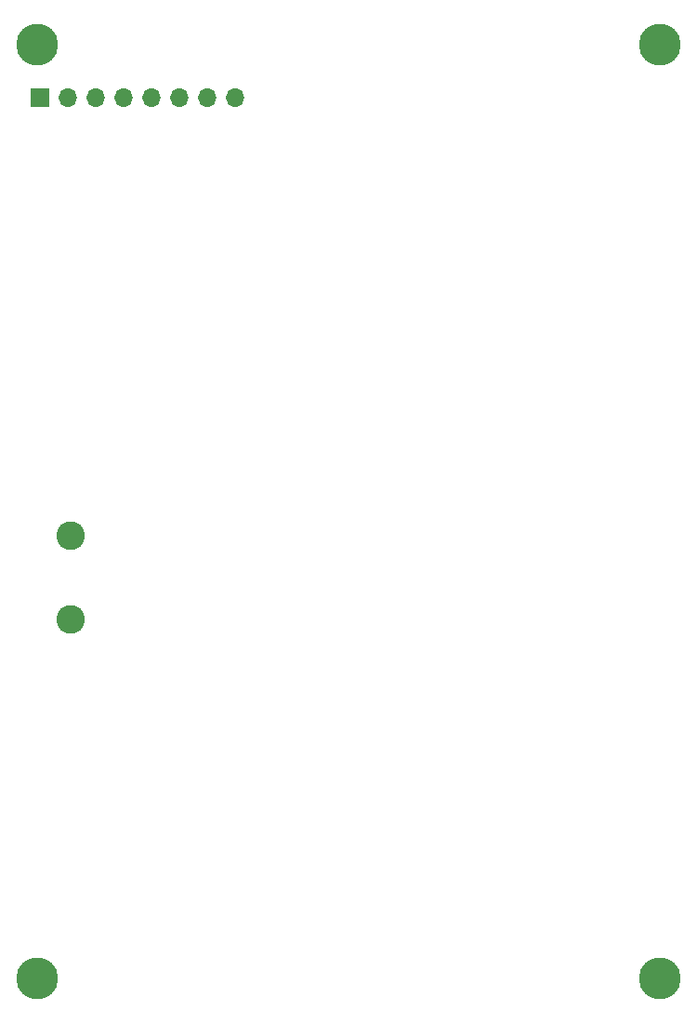
<source format=gts>
G04 #@! TF.GenerationSoftware,KiCad,Pcbnew,(6.0.5)*
G04 #@! TF.CreationDate,2023-05-08T02:29:22-07:00*
G04 #@! TF.ProjectId,Coil_Panels_Z,436f696c-5f50-4616-9e65-6c735f5a2e6b,rev?*
G04 #@! TF.SameCoordinates,Original*
G04 #@! TF.FileFunction,Soldermask,Top*
G04 #@! TF.FilePolarity,Negative*
%FSLAX46Y46*%
G04 Gerber Fmt 4.6, Leading zero omitted, Abs format (unit mm)*
G04 Created by KiCad (PCBNEW (6.0.5)) date 2023-05-08 02:29:22*
%MOMM*%
%LPD*%
G01*
G04 APERTURE LIST*
%ADD10R,1.700000X1.700000*%
%ADD11O,1.700000X1.700000*%
%ADD12C,2.600000*%
%ADD13C,3.800000*%
G04 APERTURE END LIST*
D10*
X106254000Y-55285600D03*
D11*
X108794000Y-55285600D03*
X111334000Y-55285600D03*
X113874000Y-55285600D03*
X116414000Y-55285600D03*
X118954000Y-55285600D03*
X121494000Y-55285600D03*
X124034000Y-55285600D03*
D12*
X162662000Y-50513200D03*
D13*
X162662000Y-50513200D03*
D12*
X162662000Y-135513200D03*
D13*
X162662000Y-135513200D03*
D12*
X108976000Y-95217600D03*
X108976000Y-102837600D03*
X105988000Y-135513200D03*
D13*
X105988000Y-135513200D03*
X105988000Y-50513200D03*
D12*
X105988000Y-50513200D03*
M02*

</source>
